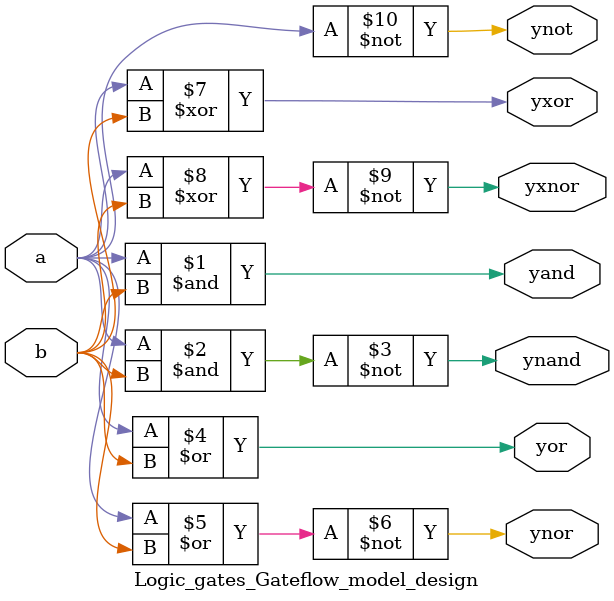
<source format=v>
`timescale 1ns / 1ps


module Logic_gates_Gateflow_model_design(
    input a,b,
    output yand, ynand ,yor, ynor, ynot, 
    yxor, yxnor
    );
    and (yand,a,b);
    nand (ynand,a,b);
    or (yor,a,b);
    nor (ynor,a,b);
    not (ynot,a);
    xor (yxor,a,b);
    xnor (yxnor,a,b);
endmodule

</source>
